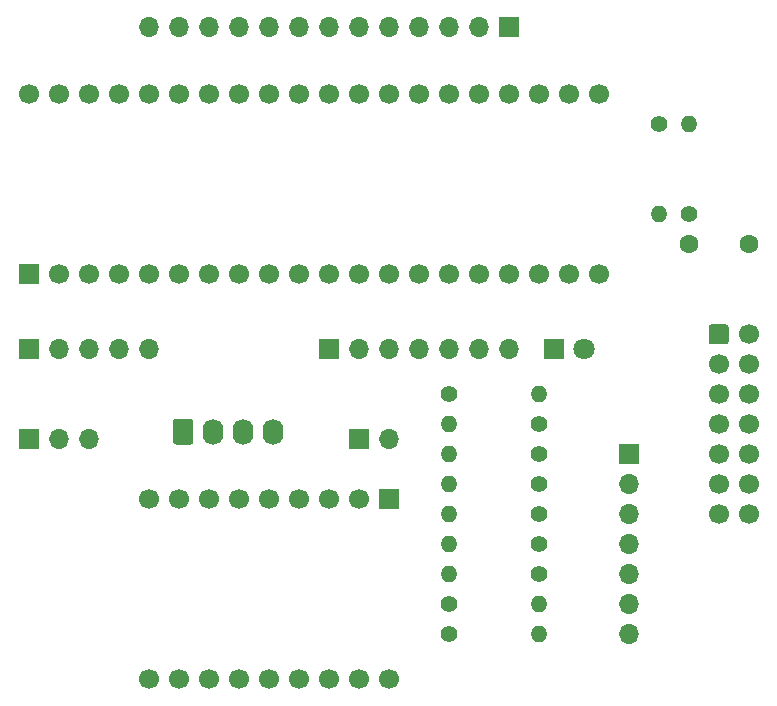
<source format=gts>
G04 #@! TF.GenerationSoftware,KiCad,Pcbnew,(5.1.12)-1*
G04 #@! TF.CreationDate,2021-11-24T17:54:44+01:00*
G04 #@! TF.ProjectId,BluePill-BMP,426c7565-5069-46c6-9c2d-424d502e6b69,rev?*
G04 #@! TF.SameCoordinates,Original*
G04 #@! TF.FileFunction,Soldermask,Top*
G04 #@! TF.FilePolarity,Negative*
%FSLAX46Y46*%
G04 Gerber Fmt 4.6, Leading zero omitted, Abs format (unit mm)*
G04 Created by KiCad (PCBNEW (5.1.12)-1) date 2021-11-24 17:54:44*
%MOMM*%
%LPD*%
G01*
G04 APERTURE LIST*
%ADD10O,1.700000X1.700000*%
%ADD11R,1.700000X1.700000*%
%ADD12C,1.600000*%
%ADD13O,1.400000X1.400000*%
%ADD14C,1.400000*%
%ADD15C,1.700000*%
%ADD16O,1.740000X2.190000*%
%ADD17C,1.800000*%
%ADD18R,1.800000X1.800000*%
G04 APERTURE END LIST*
D10*
X172720000Y-118364000D03*
X172720000Y-115824000D03*
X172720000Y-113284000D03*
X172720000Y-110744000D03*
X172720000Y-108204000D03*
X172720000Y-105664000D03*
D11*
X172720000Y-103124000D03*
D12*
X177880000Y-85320000D03*
X182880000Y-85320000D03*
D13*
X157480000Y-110720000D03*
D14*
X165100000Y-110720000D03*
D10*
X132080000Y-66900000D03*
X134620000Y-66900000D03*
X137160000Y-66900000D03*
X139700000Y-66900000D03*
X142240000Y-66900000D03*
X144780000Y-66900000D03*
X147320000Y-66900000D03*
X149860000Y-66900000D03*
X152400000Y-66900000D03*
X154940000Y-66900000D03*
X157480000Y-66900000D03*
X160020000Y-66900000D03*
D11*
X162560000Y-66900000D03*
D10*
X162560000Y-94210000D03*
X160020000Y-94210000D03*
X157480000Y-94210000D03*
X154940000Y-94210000D03*
X152400000Y-94210000D03*
X149860000Y-94210000D03*
D11*
X147320000Y-94210000D03*
D13*
X165100000Y-115800000D03*
D14*
X157480000Y-115800000D03*
D13*
X165100000Y-118340000D03*
D14*
X157480000Y-118340000D03*
D10*
X152400000Y-101830000D03*
D11*
X149860000Y-101830000D03*
D10*
X132080000Y-94210000D03*
X129540000Y-94210000D03*
X127000000Y-94210000D03*
X124460000Y-94210000D03*
D11*
X121920000Y-94210000D03*
D15*
X132080000Y-106910000D03*
X132080000Y-122150000D03*
X134620000Y-106910000D03*
X134620000Y-122150000D03*
X137160000Y-106910000D03*
X137160000Y-122150000D03*
X139700000Y-106910000D03*
X139700000Y-122150000D03*
X142240000Y-106910000D03*
X142240000Y-122150000D03*
X144780000Y-106910000D03*
X144780000Y-122150000D03*
X147320000Y-106910000D03*
X147320000Y-122150000D03*
X149860000Y-106910000D03*
X149860000Y-122150000D03*
D11*
X152400000Y-106910000D03*
D15*
X152400000Y-122150000D03*
D16*
X142621000Y-101195000D03*
X140081000Y-101195000D03*
X137541000Y-101195000D03*
G36*
G01*
X134131000Y-102040001D02*
X134131000Y-100349999D01*
G75*
G02*
X134380999Y-100100000I249999J0D01*
G01*
X135621001Y-100100000D01*
G75*
G02*
X135871000Y-100349999I0J-249999D01*
G01*
X135871000Y-102040001D01*
G75*
G02*
X135621001Y-102290000I-249999J0D01*
G01*
X134380999Y-102290000D01*
G75*
G02*
X134131000Y-102040001I0J249999D01*
G01*
G37*
D15*
X170180000Y-87884000D03*
X170180000Y-72644000D03*
X167640000Y-87884000D03*
X167640000Y-72644000D03*
X165100000Y-87884000D03*
X165100000Y-72644000D03*
X162560000Y-87884000D03*
X162560000Y-72644000D03*
X160020000Y-87884000D03*
X160020000Y-72644000D03*
X157480000Y-87884000D03*
X157480000Y-72644000D03*
X154940000Y-87884000D03*
X154940000Y-72644000D03*
X152400000Y-87884000D03*
X152400000Y-72644000D03*
X149860000Y-87884000D03*
X149860000Y-72644000D03*
X147320000Y-87884000D03*
X147320000Y-72644000D03*
X144780000Y-87884000D03*
X144780000Y-72644000D03*
X142240000Y-87884000D03*
X142240000Y-72644000D03*
X139700000Y-87884000D03*
X139700000Y-72644000D03*
X137160000Y-87884000D03*
X137160000Y-72644000D03*
X134620000Y-87884000D03*
X134620000Y-72644000D03*
X132080000Y-87884000D03*
X132080000Y-72644000D03*
X129540000Y-87884000D03*
X129540000Y-72644000D03*
X127000000Y-87884000D03*
X127000000Y-72644000D03*
X124460000Y-87884000D03*
X124460000Y-72644000D03*
D11*
X121920000Y-87884000D03*
D15*
X121920000Y-72644000D03*
D13*
X177800000Y-75184000D03*
D14*
X177800000Y-82804000D03*
D13*
X175260000Y-82804000D03*
D14*
X175260000Y-75184000D03*
D13*
X165100000Y-98020000D03*
D14*
X157480000Y-98020000D03*
D17*
X168910000Y-94210000D03*
D18*
X166370000Y-94210000D03*
D15*
X182880000Y-108204000D03*
X182880000Y-105664000D03*
X182880000Y-103124000D03*
X182880000Y-100584000D03*
X182880000Y-98044000D03*
X182880000Y-95504000D03*
X182880000Y-92964000D03*
X180340000Y-108204000D03*
X180340000Y-105664000D03*
X180340000Y-103124000D03*
X180340000Y-100584000D03*
X180340000Y-98044000D03*
X180340000Y-95504000D03*
G36*
G01*
X179490000Y-93564000D02*
X179490000Y-92364000D01*
G75*
G02*
X179740000Y-92114000I250000J0D01*
G01*
X180940000Y-92114000D01*
G75*
G02*
X181190000Y-92364000I0J-250000D01*
G01*
X181190000Y-93564000D01*
G75*
G02*
X180940000Y-93814000I-250000J0D01*
G01*
X179740000Y-93814000D01*
G75*
G02*
X179490000Y-93564000I0J250000D01*
G01*
G37*
D13*
X157480000Y-108180000D03*
D14*
X165100000Y-108180000D03*
D13*
X157480000Y-113260000D03*
D14*
X165100000Y-113260000D03*
D13*
X157480000Y-103100000D03*
D14*
X165100000Y-103100000D03*
D13*
X157480000Y-100560000D03*
D14*
X165100000Y-100560000D03*
D13*
X157480000Y-105640000D03*
D14*
X165100000Y-105640000D03*
D10*
X127000000Y-101830000D03*
X124460000Y-101830000D03*
D11*
X121920000Y-101830000D03*
M02*

</source>
